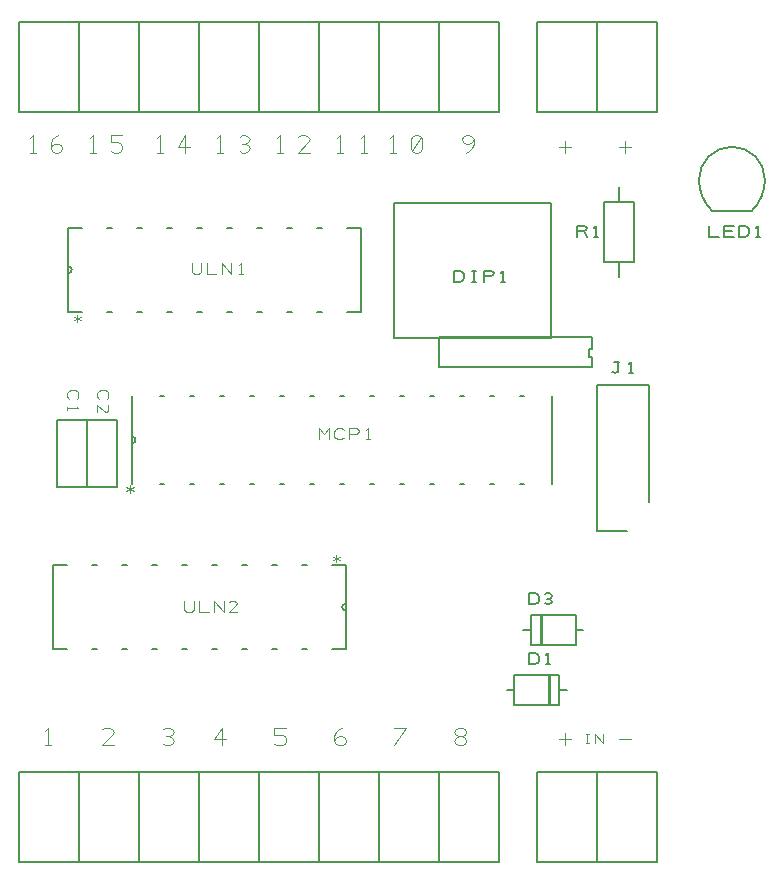
<source format=gbr>
G04 EasyPC Gerber Version 20.0.2 Build 4112 *
G04 #@! TF.Part,Single*
G04 #@! TF.FileFunction,Legend,Top *
%FSLAX35Y35*%
%MOIN*%
%ADD21C,0.00100*%
%ADD13C,0.00300*%
%ADD11C,0.00500*%
%ADD12C,0.00600*%
%ADD76C,0.00787*%
%ADD14C,0.01000*%
X0Y0D02*
D02*
D11*
X40250Y250D02*
X60250D01*
Y30250*
X40250*
Y250*
Y250289D02*
X60250D01*
Y280289*
X40250*
Y250289*
X52750Y147750D02*
Y125250D01*
X62750*
Y147750*
X52750*
X60250Y250D02*
X80250D01*
Y30250*
X60250*
Y250*
Y250289D02*
X80250D01*
Y280289*
X60250*
Y250289*
X62750Y147750D02*
Y125250D01*
X72750*
Y147750*
X62750*
X80250Y250D02*
X100250D01*
Y30250*
X80250*
Y250*
Y250289D02*
X100250D01*
Y280289*
X80250*
Y250289*
X100250Y250D02*
X120250D01*
Y30250*
X100250*
Y250*
Y250289D02*
X120250D01*
Y280289*
X100250*
Y250289*
X120250Y250D02*
X140250D01*
Y30250*
X120250*
Y250*
Y250289D02*
X140250D01*
Y280289*
X120250*
Y250289*
X140250Y250D02*
X160250D01*
Y30250*
X140250*
Y250*
Y250289D02*
X160250D01*
Y280289*
X140250*
Y250289*
X160250Y250D02*
X180250D01*
Y30250*
X160250*
Y250*
Y250289D02*
X180250D01*
Y280289*
X160250*
Y250289*
X180250Y250D02*
X200250D01*
Y30250*
X180250*
Y250*
Y250289D02*
X200250D01*
Y280289*
X180250*
Y250289*
X185250Y193687D02*
Y197437D01*
X187125*
X187750Y197125*
X188063Y196813*
X188375Y196187*
Y194937*
X188063Y194313*
X187750Y194000*
X187125Y193687*
X185250*
X191187D02*
X192437D01*
X191813D02*
Y197437D01*
X191187D02*
X192437D01*
X195250Y193687D02*
Y197437D01*
X197437*
X198063Y197125*
X198375Y196500*
X198063Y195875*
X197437Y195563*
X195250*
X200875Y193687D02*
X202125D01*
X201500D02*
Y197437D01*
X200875Y196813*
X202750Y57750D02*
X205250D01*
Y52750D02*
Y62750D01*
X220250*
Y52750*
X205250*
X210250Y66187D02*
Y69937D01*
X212125*
X212750Y69625*
X213063Y69313*
X213375Y68687*
Y67437*
X213063Y66813*
X212750Y66500*
X212125Y66187*
X210250*
X215875D02*
X217125D01*
X216500D02*
Y69937D01*
X215875Y69313*
X210250Y86187D02*
Y89937D01*
X212125*
X212750Y89625*
X213063Y89313*
X213375Y88687*
Y87437*
X213063Y86813*
X212750Y86500*
X212125Y86187*
X210250*
X215563Y86500D02*
X216187Y86187D01*
X216813*
X217437Y86500*
X217750Y87125*
X217437Y87750*
X216813Y88063*
X216187*
X216813D02*
X217437Y88375D01*
X217750Y89000*
X217437Y89625*
X216813Y89937*
X216187*
X215563Y89625*
X210750Y77750D02*
X208250D01*
X212750Y250D02*
X232750D01*
Y30250*
X212750*
Y250*
Y250250D02*
X232750D01*
Y280250*
X212750*
Y250250*
X217533Y175112D02*
X165250D01*
Y219994*
X217533*
Y175112*
X220250Y57750D02*
X222750D01*
X225750Y82750D02*
Y72750D01*
X210750*
Y82750*
X225750*
X226250Y208687D02*
Y212437D01*
X228437*
X229063Y212125*
X229375Y211500*
X229063Y210875*
X228437Y210563*
X226250*
X228437D02*
X229375Y208687D01*
X231875D02*
X233125D01*
X232500D02*
Y212437D01*
X231875Y211813*
X228250Y77750D02*
X225750D01*
X231250Y175250D02*
X180250D01*
Y165250*
X231250*
Y168750*
X230250*
Y171250*
X231250*
Y175250*
X232750Y250D02*
X252750D01*
Y30250*
X232750*
Y250*
Y250250D02*
X252750D01*
Y280250*
X232750*
Y250250*
X237750Y163813D02*
X238063Y163500D01*
X238687Y163187*
X239313Y163500*
X239625Y163813*
Y166937*
X240250*
X239625D02*
X238375D01*
X243375Y163187D02*
X244625D01*
X244000D02*
Y166937D01*
X243375Y166313*
X240250Y195250D02*
Y200250D01*
Y220250D02*
Y225250D01*
X245250Y200250D02*
X235250D01*
Y220250*
X245250*
Y200250*
X270250Y212437D02*
Y208687D01*
X273375*
X275250D02*
Y212437D01*
X278375*
X277750Y210563D02*
X275250D01*
Y208687D02*
X278375D01*
X280250D02*
Y212437D01*
X282125*
X282750Y212125*
X283063Y211813*
X283375Y211187*
Y209937*
X283063Y209313*
X282750Y209000*
X282125Y208687*
X280250*
X285875D02*
X287125D01*
X286500D02*
Y212437D01*
X285875Y211813*
X288750Y227750D02*
G75*
G03X277750Y238750I-11000D01*
G01*
G75*
G03X266750Y227750J-11000*
G01*
G75*
G03X271050Y217450I14583J41*
G01*
X284450*
G75*
G03X288750Y227750I-10283J10341*
G01*
D02*
D12*
X56057Y71250D02*
X51450D01*
Y99250*
X56057*
X56450Y196550D02*
G75*
G03Y198950J1200D01*
G01*
X61057Y211750D02*
X56450D01*
Y183750*
X60940*
X64443Y71250D02*
X66057D01*
Y99250D02*
X64443D01*
X69560Y183750D02*
X71057D01*
Y211750D02*
X69443D01*
X74443Y71250D02*
X76057D01*
Y99250D02*
X74443D01*
X77750Y139750D02*
G75*
G03Y142150J1200D01*
G01*
Y155700D02*
Y126200D01*
X79443Y183750D02*
X81057D01*
Y211750D02*
X79443D01*
X84443Y71250D02*
X86057D01*
Y99250D02*
X84443D01*
X87010Y126200D02*
X88497D01*
Y155700D02*
X87003D01*
X89443Y183750D02*
X91057D01*
Y211750D02*
X89443D01*
X94443Y71250D02*
X96057D01*
Y99250D02*
X94443D01*
X97003Y126200D02*
X98497D01*
Y155700D02*
X97003D01*
X99443Y183750D02*
X101057D01*
Y211750D02*
X99443D01*
X104443Y71250D02*
X106057D01*
Y99250D02*
X104443D01*
X107003Y126200D02*
X108497D01*
Y155700D02*
X107003D01*
X109443Y183750D02*
X111057D01*
Y211750D02*
X109443D01*
X114443Y71250D02*
X116057D01*
Y99250D02*
X114443D01*
X117003Y126200D02*
X118497D01*
Y155700D02*
X117003D01*
X119443Y183750D02*
X121057D01*
Y211750D02*
X119443D01*
X124443Y71250D02*
X126057D01*
Y99250D02*
X124443D01*
X127003Y126200D02*
X128497D01*
Y155700D02*
X127003D01*
X129443Y183750D02*
X131057D01*
Y211750D02*
X129443D01*
X134443Y71250D02*
X136057D01*
X135940Y99250D02*
X134443D01*
X137003Y126200D02*
X138497D01*
Y155700D02*
X137003D01*
X139443Y183750D02*
X141057D01*
Y211750D02*
X139443D01*
X144443Y71250D02*
X149050D01*
Y99250*
X144560*
X147003Y126200D02*
X148497D01*
Y155700D02*
X147003D01*
X149050Y86450D02*
G75*
G03Y84050J-1200D01*
G01*
X149443Y211750D02*
X154050D01*
Y183750*
X149443*
X157003Y126200D02*
X158497D01*
Y155700D02*
X157003D01*
X167003Y126200D02*
X168497D01*
Y155700D02*
X167003D01*
X177003Y126200D02*
X178497D01*
Y155700D02*
X177003D01*
X187003Y126200D02*
X188497D01*
Y155700D02*
X187003D01*
X197003Y126200D02*
X198497D01*
Y155700D02*
X197003D01*
X207003Y126200D02*
X208497D01*
Y155700D02*
X207003D01*
X217750Y126200D02*
Y155700D01*
D02*
D13*
X56813Y154625D02*
X56500Y154937D01*
X56187Y155563*
Y156500*
X56500Y157125*
X56813Y157437*
X57437Y157750*
X58687*
X59313Y157437*
X59625Y157125*
X59937Y156500*
Y155563*
X59625Y154937*
X59313Y154625*
X56187Y152125D02*
Y150875D01*
Y151500D02*
X59937D01*
X59313Y152125*
X59563Y180250D02*
Y182750D01*
X60813Y180875D02*
X58313Y182125D01*
Y180875D02*
X60813Y182125D01*
X66813Y154625D02*
X66500Y154937D01*
X66187Y155563*
Y156500*
X66500Y157125*
X66813Y157437*
X67437Y157750*
X68687*
X69313Y157437*
X69625Y157125*
X69937Y156500*
Y155563*
X69625Y154937*
X69313Y154625*
X66187Y150250D02*
Y152750D01*
X68375Y150563*
X69000Y150250*
X69625Y150563*
X69937Y151187*
Y152125*
X69625Y152750*
X77113Y123450D02*
Y125950D01*
X78363Y124075D02*
X75863Y125325D01*
Y124075D02*
X78363Y125325D01*
X95250Y87437D02*
Y84625D01*
X95563Y84000*
X96187Y83687*
X97437*
X98063Y84000*
X98375Y84625*
Y87437*
X100250D02*
Y83687D01*
X103375*
X105250D02*
Y87437D01*
X108375Y83687*
Y87437*
X112750Y83687D02*
X110250D01*
X112437Y85875*
X112750Y86500*
X112437Y87125*
X111813Y87437*
X110875*
X110250Y87125*
X97750Y199937D02*
Y197125D01*
X98063Y196500*
X98687Y196187*
X99937*
X100563Y196500*
X100875Y197125*
Y199937*
X102750D02*
Y196187D01*
X105875*
X107750D02*
Y199937D01*
X110875Y196187*
Y199937*
X113375Y196187D02*
X114625D01*
X114000D02*
Y199937D01*
X113375Y199313*
X140250Y141187D02*
Y144937D01*
X141813Y143063*
X143375Y144937*
Y141187*
X148375Y141813D02*
X148063Y141500D01*
X147437Y141187*
X146500*
X145875Y141500*
X145563Y141813*
X145250Y142437*
Y143687*
X145563Y144313*
X145875Y144625*
X146500Y144937*
X147437*
X148063Y144625*
X148375Y144313*
X150250Y141187D02*
Y144937D01*
X152437*
X153063Y144625*
X153375Y144000*
X153063Y143375*
X152437Y143063*
X150250*
X155875Y141187D02*
X157125D01*
X156500D02*
Y144937D01*
X155875Y144313*
X145937Y102750D02*
Y100250D01*
X144687Y102125D02*
X147187Y100875D01*
Y102125D02*
X144687Y100875D01*
D02*
D14*
X214250Y73050D02*
Y82450D01*
X216750Y62450D02*
Y53050D01*
D02*
D21*
X43734Y236726D02*
X45703D01*
X44719D02*
Y242632D01*
X43734Y241648*
X50624Y238203D02*
X51116Y239187D01*
X52100Y239679*
X53085*
X54069Y239187*
X54561Y238203*
X54069Y237219*
X53085Y236726*
X52100*
X51116Y237219*
X50624Y238203*
Y239679*
X51116Y241156*
X52100Y242140*
X53085Y242632*
X48734Y39226D02*
X50703D01*
X49719D02*
Y45132D01*
X48734Y44148*
X63734Y236726D02*
X65703D01*
X64719D02*
Y242632D01*
X63734Y241648*
X70624Y237219D02*
X71608Y236726D01*
X73085*
X74069Y237219*
X74561Y238203*
Y238695*
X74069Y239679*
X73085Y240171*
X70624*
Y242632*
X74561*
X71687Y39226D02*
X67750D01*
X71195Y42671*
X71687Y43656*
X71195Y44640*
X70211Y45132*
X68734*
X67750Y44640*
X86234Y236726D02*
X88203D01*
X87219D02*
Y242632D01*
X86234Y241648*
X95585Y236726D02*
Y242632D01*
X93124Y238695*
X97061*
X88242Y39719D02*
X89226Y39226D01*
X90211*
X91195Y39719*
X91687Y40703*
X91195Y41687*
X90211Y42179*
X89226*
X90211D02*
X91195Y42671D01*
X91687Y43656*
X91195Y44640*
X90211Y45132*
X89226*
X88242Y44640*
X107711Y39226D02*
Y45132D01*
X105250Y41195*
X109187*
X106234Y236726D02*
X108203D01*
X107219D02*
Y242632D01*
X106234Y241648*
X113616Y237219D02*
X114600Y236726D01*
X115585*
X116569Y237219*
X117061Y238203*
X116569Y239187*
X115585Y239679*
X114600*
X115585D02*
X116569Y240171D01*
X117061Y241156*
X116569Y242140*
X115585Y242632*
X114600*
X113616Y242140*
X125250Y39719D02*
X126234Y39226D01*
X127711*
X128695Y39719*
X129187Y40703*
Y41195*
X128695Y42179*
X127711Y42671*
X125250*
Y45132*
X129187*
X126234Y236726D02*
X128203D01*
X127219D02*
Y242632D01*
X126234Y241648*
X137061Y236726D02*
X133124D01*
X136569Y240171*
X137061Y241156*
X136569Y242140*
X135585Y242632*
X134108*
X133124Y242140*
X145250Y40703D02*
X145742Y41687D01*
X146726Y42179*
X147711*
X148695Y41687*
X149187Y40703*
X148695Y39719*
X147711Y39226*
X146726*
X145742Y39719*
X145250Y40703*
Y42179*
X145742Y43656*
X146726Y44640*
X147711Y45132*
X146234Y236726D02*
X148203D01*
X147219D02*
Y242632D01*
X146234Y241648*
X154108Y236726D02*
X156077D01*
X155093D02*
Y242632D01*
X154108Y241648*
X163734Y236726D02*
X165703D01*
X164719D02*
Y242632D01*
X163734Y241648*
X171116Y237219D02*
X172100Y236726D01*
X173085*
X174069Y237219*
X174561Y238203*
Y241156*
X174069Y242140*
X173085Y242632*
X172100*
X171116Y242140*
X170624Y241156*
Y238203*
X171116Y237219*
X174069Y242140*
X165250Y39226D02*
X169187Y45132D01*
X165250*
X186726Y42179D02*
X187711D01*
X188695Y42671*
X189187Y43656*
X188695Y44640*
X187711Y45132*
X186726*
X185742Y44640*
X185250Y43656*
X185742Y42671*
X186726Y42179*
X185742Y41687*
X185250Y40703*
X185742Y39719*
X186726Y39226*
X187711*
X188695Y39719*
X189187Y40703*
X188695Y41687*
X187711Y42179*
X189226Y236726D02*
X190211Y237219D01*
X191195Y238203*
X191687Y239679*
Y241156*
X191195Y242140*
X190211Y242632*
X189226*
X188242Y242140*
X187750Y241156*
X188242Y240171*
X189226Y239679*
X190211*
X191195Y240171*
X191687Y241156*
X220250Y41195D02*
X224187D01*
X222219Y39226D02*
Y43163D01*
X220250Y238695D02*
X224187D01*
X222219Y236726D02*
Y240663D01*
X228988Y39988D02*
X229972D01*
X229480D02*
Y42941D01*
X228988D02*
X229972D01*
X232187Y39988D02*
Y42941D01*
X234648Y39988*
Y42941*
X240250Y41195D02*
X244187D01*
X240250Y238695D02*
X244187D01*
X242219Y236726D02*
Y240663D01*
D02*
D76*
X250250Y120250D02*
Y159423D01*
X232750*
Y110604*
X242750*
X0Y0D02*
M02*

</source>
